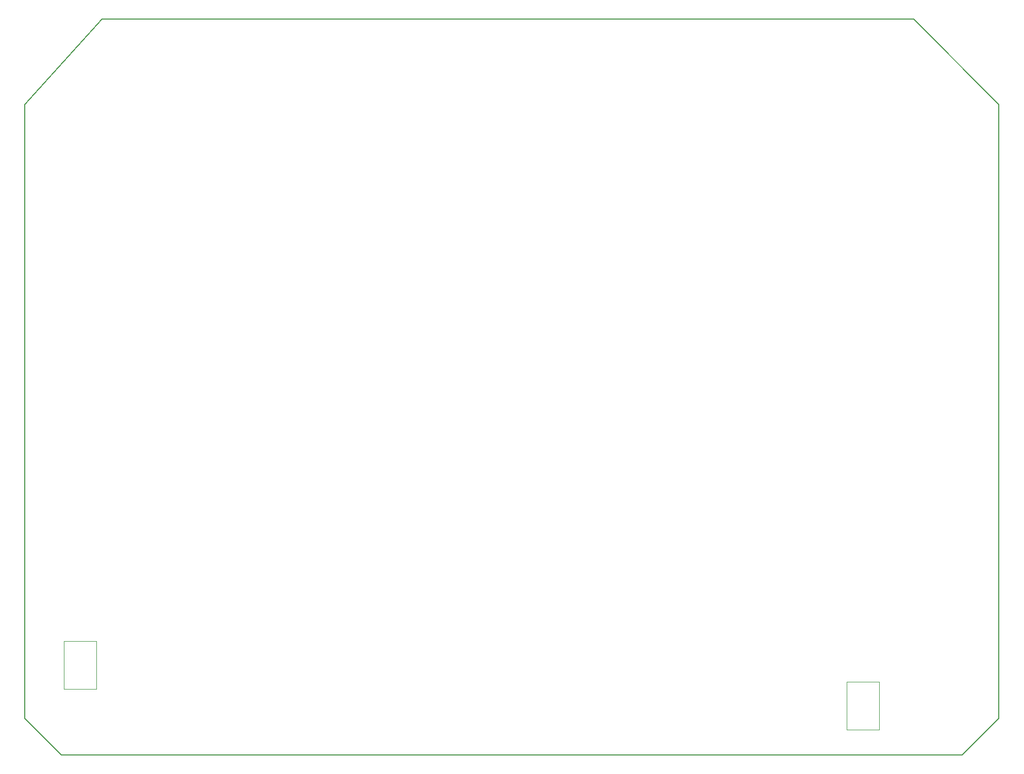
<source format=gbr>
%TF.GenerationSoftware,KiCad,Pcbnew,7.0.8*%
%TF.CreationDate,2024-05-13T00:37:04+01:00*%
%TF.ProjectId,Polygonus-Universal-Base,506f6c79-676f-46e7-9573-2d556e697665,rev?*%
%TF.SameCoordinates,Original*%
%TF.FileFunction,Profile,NP*%
%FSLAX46Y46*%
G04 Gerber Fmt 4.6, Leading zero omitted, Abs format (unit mm)*
G04 Created by KiCad (PCBNEW 7.0.8) date 2024-05-13 00:37:04*
%MOMM*%
%LPD*%
G01*
G04 APERTURE LIST*
%TA.AperFunction,Profile*%
%ADD10C,0.200000*%
%TD*%
%TA.AperFunction,Profile*%
%ADD11C,0.120000*%
%TD*%
G04 APERTURE END LIST*
D10*
X57160000Y-82380000D02*
X57160000Y-50580000D01*
X57160000Y-50580000D02*
X57160000Y-37380000D01*
X217160000Y-138338000D02*
X211160000Y-144338000D01*
X203200000Y-23340000D02*
X217160000Y-37380000D01*
X69850000Y-23340000D02*
X203200000Y-23340000D01*
X211160000Y-144338000D02*
X63160000Y-144338000D01*
X57160000Y-37380000D02*
X69850000Y-23340000D01*
X57160000Y-37380000D02*
X57160000Y-37380000D01*
X57160000Y-95580000D02*
X57160000Y-82380000D01*
X63160000Y-144338000D02*
X57160000Y-138338000D01*
X217160000Y-50580000D02*
X217160000Y-87380000D01*
X217160000Y-37380000D02*
X217160000Y-50580000D01*
X57160000Y-138338000D02*
X57160000Y-95580000D01*
X217160000Y-100580000D02*
X217160000Y-138338000D01*
X217160000Y-87380000D02*
X217160000Y-100580000D01*
X217160000Y-37380000D02*
X217160000Y-37380000D01*
D11*
%TO.C,U1*%
X192174349Y-140200815D02*
X197508349Y-140200815D01*
X197508349Y-140200815D02*
X197508349Y-132326815D01*
X197508349Y-132326815D02*
X192174349Y-132326815D01*
X192174349Y-132326815D02*
X192174349Y-140200815D01*
%TO.C,U2*%
X63516115Y-133487435D02*
X68850115Y-133487435D01*
X68850115Y-133487435D02*
X68850115Y-125613435D01*
X68850115Y-125613435D02*
X63516115Y-125613435D01*
X63516115Y-125613435D02*
X63516115Y-133487435D01*
%TD*%
M02*

</source>
